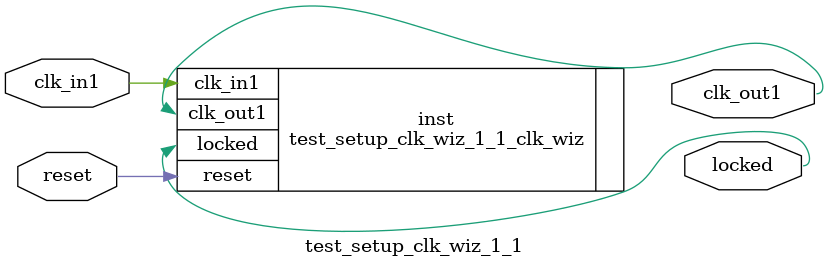
<source format=v>


`timescale 1ps/1ps

(* CORE_GENERATION_INFO = "test_setup_clk_wiz_1_1,clk_wiz_v6_0_4_0_0,{component_name=test_setup_clk_wiz_1_1,use_phase_alignment=true,use_min_o_jitter=false,use_max_i_jitter=false,use_dyn_phase_shift=false,use_inclk_switchover=false,use_dyn_reconfig=false,enable_axi=0,feedback_source=FDBK_AUTO,PRIMITIVE=MMCM,num_out_clk=1,clkin1_period=10.000,clkin2_period=10.000,use_power_down=false,use_reset=true,use_locked=true,use_inclk_stopped=false,feedback_type=SINGLE,CLOCK_MGR_TYPE=NA,manual_override=false}" *)

module test_setup_clk_wiz_1_1 
 (
  // Clock out ports
  output        clk_out1,
  // Status and control signals
  input         reset,
  output        locked,
 // Clock in ports
  input         clk_in1
 );

  test_setup_clk_wiz_1_1_clk_wiz inst
  (
  // Clock out ports  
  .clk_out1(clk_out1),
  // Status and control signals               
  .reset(reset), 
  .locked(locked),
 // Clock in ports
  .clk_in1(clk_in1)
  );

endmodule

</source>
